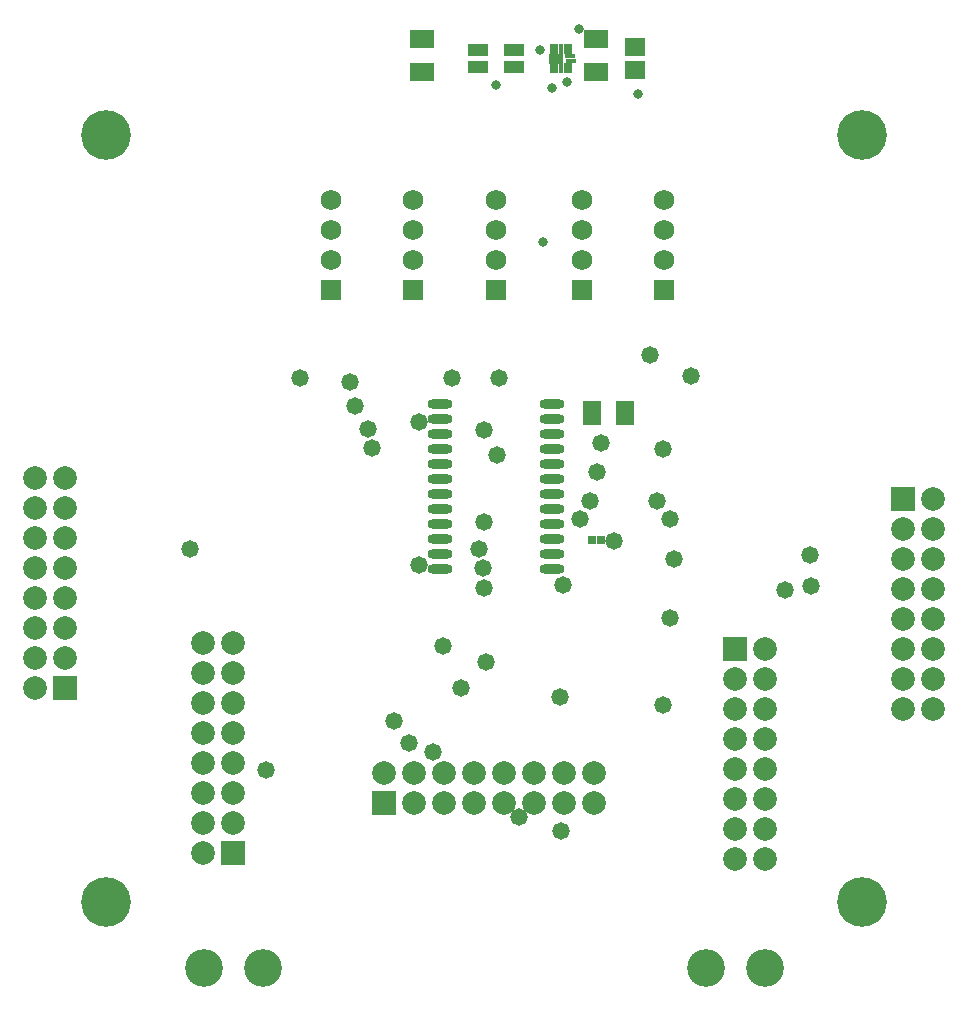
<source format=gts>
G04 Layer_Color=20142*
%FSLAX24Y24*%
%MOIN*%
G70*
G01*
G75*
%ADD38R,0.0297X0.0257*%
%ADD39O,0.0828X0.0316*%
%ADD40R,0.0690X0.0612*%
%ADD41R,0.0671X0.0434*%
%ADD42R,0.0497X0.0356*%
%ADD43R,0.0178X0.0328*%
%ADD44R,0.0328X0.0178*%
%ADD45R,0.0367X0.0178*%
%ADD46R,0.0592X0.0789*%
%ADD47R,0.0789X0.0592*%
%ADD48C,0.1655*%
%ADD49C,0.0789*%
%ADD50R,0.0789X0.0789*%
%ADD51C,0.0789*%
%ADD52R,0.0789X0.0789*%
%ADD53C,0.1261*%
%ADD54R,0.0690X0.0690*%
%ADD55C,0.0690*%
%ADD56C,0.0580*%
%ADD57C,0.0316*%
D38*
X33612Y28543D02*
D03*
X33907D02*
D03*
D39*
X32283Y27565D02*
D03*
Y28065D02*
D03*
Y28565D02*
D03*
Y29065D02*
D03*
Y29565D02*
D03*
Y30065D02*
D03*
Y30565D02*
D03*
Y31065D02*
D03*
Y31565D02*
D03*
Y32065D02*
D03*
Y32565D02*
D03*
Y33065D02*
D03*
X28543Y27565D02*
D03*
Y28065D02*
D03*
Y28565D02*
D03*
Y29065D02*
D03*
Y29565D02*
D03*
Y30065D02*
D03*
Y30565D02*
D03*
Y31065D02*
D03*
Y31565D02*
D03*
Y32065D02*
D03*
Y32565D02*
D03*
Y33065D02*
D03*
D40*
X35039Y44203D02*
D03*
Y44970D02*
D03*
D41*
X29803Y44865D02*
D03*
Y44308D02*
D03*
X31024Y44865D02*
D03*
Y44307D02*
D03*
D42*
X32402Y44587D02*
D03*
D43*
X32894Y44915D02*
D03*
X32736D02*
D03*
X32579D02*
D03*
X32421D02*
D03*
X32264D02*
D03*
Y44258D02*
D03*
X32421D02*
D03*
X32579D02*
D03*
X32736D02*
D03*
X32894D02*
D03*
D44*
X32907Y44508D02*
D03*
D45*
X32888Y44665D02*
D03*
D46*
X34705Y32776D02*
D03*
X33602D02*
D03*
D47*
X33760Y44134D02*
D03*
Y45236D02*
D03*
X27953D02*
D03*
Y44134D02*
D03*
D48*
X42598Y42048D02*
D03*
X17402Y16458D02*
D03*
X42598D02*
D03*
X17402Y42048D02*
D03*
D49*
X33673Y20783D02*
D03*
Y19783D02*
D03*
X32673Y20783D02*
D03*
Y19783D02*
D03*
X31673Y20783D02*
D03*
Y19783D02*
D03*
X20654Y25110D02*
D03*
X21654D02*
D03*
X20654Y24110D02*
D03*
X21654D02*
D03*
X20654Y23110D02*
D03*
X21654D02*
D03*
X39386Y17902D02*
D03*
X38386D02*
D03*
X39386Y18902D02*
D03*
X38386D02*
D03*
X39386Y19902D02*
D03*
X38386D02*
D03*
X15043Y30622D02*
D03*
X16043D02*
D03*
X15043Y29622D02*
D03*
X16043D02*
D03*
X15043Y28622D02*
D03*
X16043D02*
D03*
X44996Y22921D02*
D03*
X43996D02*
D03*
X44996Y23921D02*
D03*
X43996D02*
D03*
X44996Y24921D02*
D03*
X43996D02*
D03*
D50*
X26673Y19783D02*
D03*
D51*
Y20783D02*
D03*
X27673Y19783D02*
D03*
Y20783D02*
D03*
X28673Y19783D02*
D03*
Y20783D02*
D03*
X29673Y19783D02*
D03*
Y20783D02*
D03*
X30673Y19783D02*
D03*
Y20783D02*
D03*
X20654Y18110D02*
D03*
X21654Y19110D02*
D03*
X20654D02*
D03*
X21654Y20110D02*
D03*
X20654D02*
D03*
X21654Y21110D02*
D03*
X20654D02*
D03*
X21654Y22110D02*
D03*
X20654D02*
D03*
X39386Y24902D02*
D03*
X38386Y23902D02*
D03*
X39386D02*
D03*
X38386Y22902D02*
D03*
X39386D02*
D03*
X38386Y21902D02*
D03*
X39386D02*
D03*
X38386Y20902D02*
D03*
X39386D02*
D03*
X15043Y23622D02*
D03*
X16043Y24622D02*
D03*
X15043D02*
D03*
X16043Y25622D02*
D03*
X15043D02*
D03*
X16043Y26622D02*
D03*
X15043D02*
D03*
X16043Y27622D02*
D03*
X15043D02*
D03*
X44996Y29921D02*
D03*
X43996Y28921D02*
D03*
X44996D02*
D03*
X43996Y27921D02*
D03*
X44996D02*
D03*
X43996Y26921D02*
D03*
X44996D02*
D03*
X43996Y25921D02*
D03*
X44996D02*
D03*
D52*
X21654Y18110D02*
D03*
X38386Y24902D02*
D03*
X16043Y23622D02*
D03*
X43996Y29921D02*
D03*
D53*
X39370Y14272D02*
D03*
X37402D02*
D03*
X20669D02*
D03*
X22638D02*
D03*
D54*
X24901Y36862D02*
D03*
X27657D02*
D03*
X30413D02*
D03*
X33268D02*
D03*
X36023D02*
D03*
D55*
X24901Y37862D02*
D03*
Y38862D02*
D03*
Y39862D02*
D03*
X27657Y37862D02*
D03*
Y38862D02*
D03*
Y39862D02*
D03*
X30413Y37862D02*
D03*
Y38862D02*
D03*
Y39862D02*
D03*
X33268Y37862D02*
D03*
Y38862D02*
D03*
Y39862D02*
D03*
X36023Y37862D02*
D03*
Y38862D02*
D03*
Y39862D02*
D03*
D56*
X36216Y29232D02*
D03*
X33210D02*
D03*
X32540Y23310D02*
D03*
X40907Y27010D02*
D03*
X26270Y31600D02*
D03*
X26160Y32230D02*
D03*
X34340Y28490D02*
D03*
X32660Y27050D02*
D03*
X30010Y29140D02*
D03*
X29840Y28230D02*
D03*
X27010Y22510D02*
D03*
X27860Y32480D02*
D03*
X35990Y23030D02*
D03*
X27860Y27700D02*
D03*
X30080Y24483D02*
D03*
X29240Y23617D02*
D03*
X32580Y18840D02*
D03*
X36910Y34020D02*
D03*
X30020Y32220D02*
D03*
X28960Y33950D02*
D03*
X20220Y28240D02*
D03*
X40041Y26877D02*
D03*
X40887Y28030D02*
D03*
X36200Y25940D02*
D03*
X36360Y27900D02*
D03*
X35560Y34720D02*
D03*
X25560Y33800D02*
D03*
X33900Y31780D02*
D03*
X25720Y33022D02*
D03*
X31194Y19310D02*
D03*
X22730Y20870D02*
D03*
X29990Y27590D02*
D03*
X30000Y26940D02*
D03*
X30450Y31380D02*
D03*
X23870Y33940D02*
D03*
X27520Y21770D02*
D03*
X28320Y21460D02*
D03*
X30502Y33950D02*
D03*
X28652Y25010D02*
D03*
X33540Y29840D02*
D03*
X35778D02*
D03*
X33770Y30790D02*
D03*
X35970Y31560D02*
D03*
D57*
X31988Y38484D02*
D03*
X32283Y43602D02*
D03*
X35138Y43406D02*
D03*
X31890Y44882D02*
D03*
X33169Y45571D02*
D03*
X32776Y43799D02*
D03*
X30413Y43701D02*
D03*
M02*

</source>
